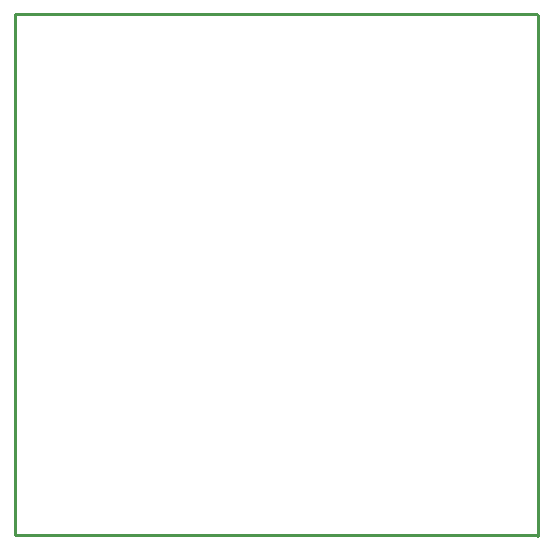
<source format=gm1>
G04*
G04 #@! TF.GenerationSoftware,Altium Limited,Altium Designer,23.4.1 (23)*
G04*
G04 Layer_Color=16711935*
%FSLAX44Y44*%
%MOMM*%
G71*
G04*
G04 #@! TF.SameCoordinates,0F4FC61B-9208-49F5-852E-2E7A0A34B3BB*
G04*
G04*
G04 #@! TF.FilePolarity,Positive*
G04*
G01*
G75*
%ADD13C,0.2540*%
D13*
X0Y0D02*
Y440690D01*
Y0D02*
X441960D01*
X443230Y-1270D01*
Y439420D01*
X441960Y440690D02*
X443230Y439420D01*
X0Y440690D02*
X441960D01*
M02*

</source>
